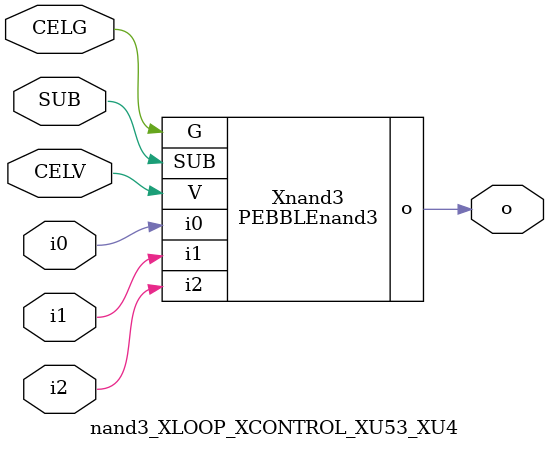
<source format=v>



module PEBBLEnand3 ( o, G, SUB, V, i0, i1, i2 );

  input i0;
  input V;
  input i2;
  input i1;
  input G;
  output o;
  input SUB;
endmodule

//Celera Confidential Do Not Copy nand3_XLOOP_XCONTROL_XU53_XU4
//Celera Confidential Symbol Generator
//5V Inverter
module nand3_XLOOP_XCONTROL_XU53_XU4 (CELV,CELG,i0,i1,i2,o,SUB);
input CELV;
input CELG;
input i0;
input i1;
input i2;
input SUB;
output o;

//Celera Confidential Do Not Copy nand3
PEBBLEnand3 Xnand3(
.V (CELV),
.i0 (i0),
.i1 (i1),
.i2 (i2),
.o (o),
.SUB (SUB),
.G (CELG)
);
//,diesize,PEBBLEnand3

//Celera Confidential Do Not Copy Module End
//Celera Schematic Generator
endmodule

</source>
